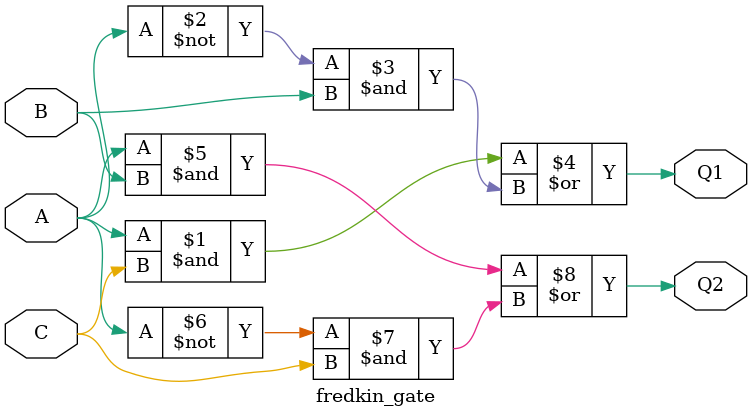
<source format=v>
module fredkin_gate(
    input wire A,B,C,
    output wire Q1, Q2
);

assign Q1 = (A & C) | (~A & B);
assign Q2 = (A & B) | (~A & C);
endmodule

</source>
